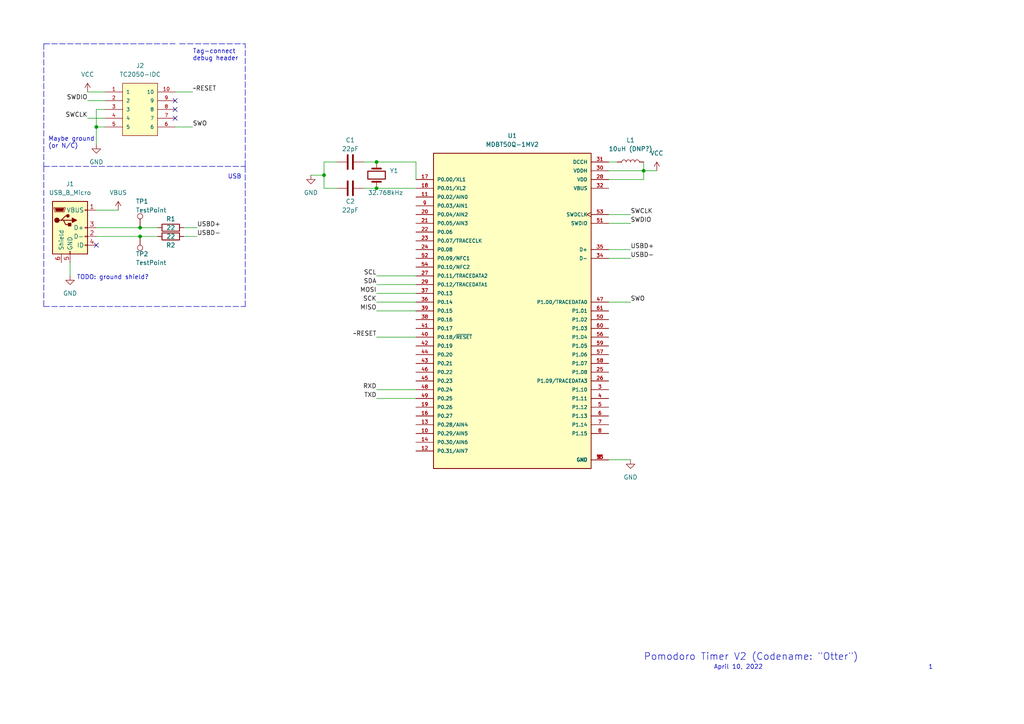
<source format=kicad_sch>
(kicad_sch (version 20211123) (generator eeschema)
  (paper "A4")
  (lib_symbols
    (symbol "Connector:TestPoint" (pin_numbers hide) (pin_names (offset 0.762) hide)
      (property "Reference" "TP" (at 0 6.858 0))
      (property "Value" "TestPoint" (at 0 5.08 0))
      (symbol "TestPoint_0_1"
        (circle (center 0 3.302) (radius 0.762))
      )
      (symbol "TestPoint_1_1"
        (pin passive line (at 0 0 90) (length 2.54) (name "1") (number "1"))
      )
    )
    (symbol "Connector:USB_B_Micro" (pin_names (offset 1.016))
      (property "Reference" "J" (at -5.08 11.43 0))
      (property "Value" "USB_B_Micro" (at -5.08 8.89 0))
      (symbol "USB_B_Micro_0_1"
        (rectangle (start -5.08 -7.62) (end 5.08 7.62) (stroke (width 0.254)) (fill (type background)))
        (circle (center -3.81 2.159) (radius 0.635) (stroke (width 0.254)) (fill (type outline)))
        (circle (center -0.635 3.429) (radius 0.381) (stroke (width 0.254)) (fill (type outline)))
        (rectangle (start -0.127 -7.62) (end 0.127 -6.858))
        (polyline (pts (xy -1.905 2.159) (xy 0.635 2.159)) (stroke (width 0.254)))
        (polyline (pts (xy -3.175 2.159) (xy -2.54 2.159) (xy -1.27 3.429) (xy -0.635 3.429)) (stroke (width 0.254)))
        (polyline (pts (xy -2.54 2.159) (xy -1.905 2.159) (xy -1.27 0.889) (xy 0 0.889)) (stroke (width 0.254)))
        (polyline (pts (xy 0.635 2.794) (xy 0.635 1.524) (xy 1.905 2.159) (xy 0.635 2.794)) (stroke (width 0.254)) (fill (type outline)))
        (polyline (pts (xy -4.318 5.588) (xy -1.778 5.588) (xy -2.032 4.826) (xy -4.064 4.826) (xy -4.318 5.588)) (fill (type outline)))
        (polyline (pts (xy -4.699 5.842) (xy -4.699 5.588) (xy -4.445 4.826) (xy -4.445 4.572) (xy -1.651 4.572) (xy -1.651 4.826) (xy -1.397 5.588) (xy -1.397 5.842) (xy -4.699 5.842)))
        (rectangle (start 0.254 1.27) (end -0.508 0.508) (stroke (width 0.254)) (fill (type outline)))
        (rectangle (start 5.08 -5.207) (end 4.318 -4.953))
        (rectangle (start 5.08 -2.667) (end 4.318 -2.413))
        (rectangle (start 5.08 -0.127) (end 4.318 0.127))
        (rectangle (start 5.08 4.953) (end 4.318 5.207))
      )
      (symbol "USB_B_Micro_1_1"
        (pin power_out line (at 7.62 5.08 180) (length 2.54) (name "VBUS") (number "1"))
        (pin bidirectional line (at 7.62 -2.54 180) (length 2.54) (name "D-") (number "2"))
        (pin bidirectional line (at 7.62 0 180) (length 2.54) (name "D+") (number "3"))
        (pin passive line (at 7.62 -5.08 180) (length 2.54) (name "ID") (number "4"))
        (pin power_out line (at 0 -10.16 90) (length 2.54) (name "GND") (number "5"))
        (pin passive line (at -2.54 -10.16 90) (length 2.54) (name "Shield") (number "6"))
      )
    )
    (symbol "Device:C" (pin_numbers hide) (pin_names (offset 0.254))
      (property "Reference" "C" (at 0.635 2.54 0))
      (property "Value" "C" (at 0.635 -2.54 0))
      (symbol "C_0_1"
        (polyline (pts (xy -2.032 -0.762) (xy 2.032 -0.762)) (stroke (width 0.508)))
        (polyline (pts (xy -2.032 0.762) (xy 2.032 0.762)) (stroke (width 0.508)))
      )
      (symbol "C_1_1"
        (pin passive line (at 0 3.81 270) (length 2.794) (name "~") (number "1"))
        (pin passive line (at 0 -3.81 90) (length 2.794) (name "~") (number "2"))
      )
    )
    (symbol "Device:Crystal" (pin_numbers hide) (pin_names (offset 1.016) hide)
      (property "Reference" "Y" (at 0 3.81 0))
      (property "Value" "Crystal" (at 0 -3.81 0))
      (symbol "Crystal_0_1"
        (rectangle (start -1.143 2.54) (end 1.143 -2.54) (stroke (width 0.3048)))
        (polyline (pts (xy -2.54 0) (xy -1.905 0)))
        (polyline (pts (xy -1.905 -1.27) (xy -1.905 1.27)) (stroke (width 0.508)))
        (polyline (pts (xy 1.905 -1.27) (xy 1.905 1.27)) (stroke (width 0.508)))
        (polyline (pts (xy 2.54 0) (xy 1.905 0)))
      )
      (symbol "Crystal_1_1"
        (pin passive line (at -3.81 0 0) (length 1.27) (name "1") (number "1"))
        (pin passive line (at 3.81 0 180) (length 1.27) (name "2") (number "2"))
      )
    )
    (symbol "Device:L" (pin_numbers hide) (pin_names (offset 1.016) hide)
      (property "Reference" "L" (at -1.27 0 90))
      (property "Value" "L" (at 1.905 0 90))
      (symbol "L_0_1"
        (arc (start 0 -2.54) (mid 0.635 -1.905) (end 0 -1.27))
        (arc (start 0 -1.27) (mid 0.635 -0.635) (end 0 0))
        (arc (start 0 0) (mid 0.635 0.635) (end 0 1.27))
        (arc (start 0 1.27) (mid 0.635 1.905) (end 0 2.54))
      )
      (symbol "L_1_1"
        (pin passive line (at 0 3.81 270) (length 1.27) (name "1") (number "1"))
        (pin passive line (at 0 -3.81 90) (length 1.27) (name "2") (number "2"))
      )
    )
    (symbol "Device:R" (pin_numbers hide) (pin_names (offset 0))
      (property "Reference" "R" (at 2.032 0 90))
      (property "Value" "R" (at 0 0 90))
      (symbol "R_0_1"
        (rectangle (start -1.016 -2.54) (end 1.016 2.54) (stroke (width 0.254)))
      )
      (symbol "R_1_1"
        (pin passive line (at 0 3.81 270) (length 1.27) (name "~") (number "1"))
        (pin passive line (at 0 -3.81 90) (length 1.27) (name "~") (number "2"))
      )
    )
    (symbol "MDBT50Q-1MV2:MDBT50Q-1MV2" (pin_names (offset 1.016))
      (property "Reference" "U" (at -22.86 46.482 0))
      (property "Value" "MDBT50Q-1MV2" (at -22.86 -48.26 0))
      (symbol "MDBT50Q-1MV2_0_0"
        (rectangle (start -22.86 -45.72) (end 22.86 45.72) (stroke (width 0.254)) (fill (type background)))
        (pin power_in line (at 27.94 -43.18 180) (length 5.08) (name "GND") (number "1"))
        (pin bidirectional line (at -27.94 -35.56 0) (length 5.08) (name "P0.29/AIN5") (number "10"))
        (pin bidirectional line (at -27.94 33.02 0) (length 5.08) (name "P0.02/AIN0") (number "11"))
        (pin bidirectional line (at -27.94 -40.64 0) (length 5.08) (name "P0.31/AIN7") (number "12"))
        (pin bidirectional line (at -27.94 -33.02 0) (length 5.08) (name "P0.28/AIN4") (number "13"))
        (pin bidirectional line (at -27.94 -38.1 0) (length 5.08) (name "P0.30/AIN6") (number "14"))
        (pin power_in line (at 27.94 -43.18 180) (length 5.08) (name "GND") (number "15"))
        (pin bidirectional line (at -27.94 -30.48 0) (length 5.08) (name "P0.27") (number "16"))
        (pin bidirectional line (at -27.94 38.1 0) (length 5.08) (name "P0.00/XL1") (number "17"))
        (pin bidirectional line (at -27.94 35.56 0) (length 5.08) (name "P0.01/XL2") (number "18"))
        (pin bidirectional line (at -27.94 -27.94 0) (length 5.08) (name "P0.26") (number "19"))
        (pin power_in line (at 27.94 -43.18 180) (length 5.08) (name "GND") (number "2"))
        (pin bidirectional line (at -27.94 27.94 0) (length 5.08) (name "P0.04/AIN2") (number "20"))
        (pin bidirectional line (at -27.94 25.4 0) (length 5.08) (name "P0.05/AIN3") (number "21"))
        (pin bidirectional line (at -27.94 22.86 0) (length 5.08) (name "P0.06") (number "22"))
        (pin bidirectional line (at -27.94 20.32 0) (length 5.08) (name "P0.07/TRACECLK") (number "23"))
        (pin bidirectional line (at -27.94 17.78 0) (length 5.08) (name "P0.08") (number "24"))
        (pin bidirectional line (at 27.94 -17.78 180) (length 5.08) (name "P1.08") (number "25"))
        (pin bidirectional line (at 27.94 -20.32 180) (length 5.08) (name "P1.09/TRACEDATA3") (number "26"))
        (pin bidirectional line (at -27.94 10.16 0) (length 5.08) (name "P0.11/TRACEDATA2") (number "27"))
        (pin power_in line (at 27.94 38.1 180) (length 5.08) (name "VDD") (number "28"))
        (pin bidirectional line (at -27.94 7.62 0) (length 5.08) (name "P0.12/TRACEDATA1") (number "29"))
        (pin bidirectional line (at 27.94 -22.86 180) (length 5.08) (name "P1.10") (number "3"))
        (pin power_in line (at 27.94 40.64 180) (length 5.08) (name "VDDH") (number "30"))
        (pin power_in line (at 27.94 43.18 180) (length 5.08) (name "DCCH") (number "31"))
        (pin power_in line (at 27.94 35.56 180) (length 5.08) (name "VBUS") (number "32"))
        (pin power_in line (at 27.94 -43.18 180) (length 5.08) (name "GND") (number "33"))
        (pin bidirectional line (at 27.94 15.24 180) (length 5.08) (name "D-") (number "34"))
        (pin bidirectional line (at 27.94 17.78 180) (length 5.08) (name "D+") (number "35"))
        (pin bidirectional line (at -27.94 2.54 0) (length 5.08) (name "P0.14") (number "36"))
        (pin bidirectional line (at -27.94 5.08 0) (length 5.08) (name "P0.13") (number "37"))
        (pin bidirectional line (at -27.94 -2.54 0) (length 5.08) (name "P0.16") (number "38"))
        (pin bidirectional line (at -27.94 0 0) (length 5.08) (name "P0.15") (number "39"))
        (pin bidirectional line (at 27.94 -25.4 180) (length 5.08) (name "P1.11") (number "4"))
        (pin bidirectional line (at -27.94 -7.62 0) (length 5.08) (name "P0.18/~{RESET}") (number "40"))
        (pin bidirectional line (at -27.94 -5.08 0) (length 5.08) (name "P0.17") (number "41"))
        (pin bidirectional line (at -27.94 -10.16 0) (length 5.08) (name "P0.19") (number "42"))
        (pin bidirectional line (at -27.94 -15.24 0) (length 5.08) (name "P0.21") (number "43"))
        (pin bidirectional line (at -27.94 -12.7 0) (length 5.08) (name "P0.20") (number "44"))
        (pin bidirectional line (at -27.94 -20.32 0) (length 5.08) (name "P0.23") (number "45"))
        (pin bidirectional line (at -27.94 -17.78 0) (length 5.08) (name "P0.22") (number "46"))
        (pin bidirectional line (at 27.94 2.54 180) (length 5.08) (name "P1.00/TRACEDATA0") (number "47"))
        (pin bidirectional line (at -27.94 -22.86 0) (length 5.08) (name "P0.24") (number "48"))
        (pin bidirectional line (at -27.94 -25.4 0) (length 5.08) (name "P0.25") (number "49"))
        (pin bidirectional line (at 27.94 -27.94 180) (length 5.08) (name "P1.12") (number "5"))
        (pin bidirectional line (at 27.94 -2.54 180) (length 5.08) (name "P1.02") (number "50"))
        (pin bidirectional line (at 27.94 25.4 180) (length 5.08) (name "SWDIO") (number "51"))
        (pin bidirectional line (at -27.94 15.24 0) (length 5.08) (name "P0.09/NFC1") (number "52"))
        (pin input clock (at 27.94 27.94 180) (length 5.08) (name "SWDCLK") (number "53"))
        (pin bidirectional line (at -27.94 12.7 0) (length 5.08) (name "P0.10/NFC2") (number "54"))
        (pin power_in line (at 27.94 -43.18 180) (length 5.08) (name "GND") (number "55"))
        (pin bidirectional line (at 27.94 -7.62 180) (length 5.08) (name "P1.04") (number "56"))
        (pin bidirectional line (at 27.94 -12.7 180) (length 5.08) (name "P1.06") (number "57"))
        (pin bidirectional line (at 27.94 -15.24 180) (length 5.08) (name "P1.07") (number "58"))
        (pin bidirectional line (at 27.94 -10.16 180) (length 5.08) (name "P1.05") (number "59"))
        (pin bidirectional line (at 27.94 -30.48 180) (length 5.08) (name "P1.13") (number "6"))
        (pin bidirectional line (at 27.94 -5.08 180) (length 5.08) (name "P1.03") (number "60"))
        (pin bidirectional line (at 27.94 0 180) (length 5.08) (name "P1.01") (number "61"))
        (pin bidirectional line (at 27.94 -33.02 180) (length 5.08) (name "P1.14") (number "7"))
        (pin bidirectional line (at 27.94 -35.56 180) (length 5.08) (name "P1.15") (number "8"))
        (pin bidirectional line (at -27.94 30.48 0) (length 5.08) (name "P0.03/AIN1") (number "9"))
      )
    )
    (symbol "TC2050-IDC:TC2050-IDC" (pin_names (offset 1.016))
      (property "Reference" "J" (at -5.08 8.382 0))
      (property "Value" "TC2050-IDC" (at -5.08 -10.16 0))
      (symbol "TC2050-IDC_0_0"
        (rectangle (start -5.08 -7.62) (end 5.08 7.62) (stroke (width 0.1524)) (fill (type background)))
        (pin passive line (at -10.16 5.08 0) (length 5.08) (name "1") (number "1"))
        (pin passive line (at 10.16 5.08 180) (length 5.08) (name "10") (number "10"))
        (pin passive line (at -10.16 2.54 0) (length 5.08) (name "2") (number "2"))
        (pin passive line (at -10.16 0 0) (length 5.08) (name "3") (number "3"))
        (pin passive line (at -10.16 -2.54 0) (length 5.08) (name "4") (number "4"))
        (pin passive line (at -10.16 -5.08 0) (length 5.08) (name "5") (number "5"))
        (pin passive line (at 10.16 -5.08 180) (length 5.08) (name "6") (number "6"))
        (pin passive line (at 10.16 -2.54 180) (length 5.08) (name "7") (number "7"))
        (pin passive line (at 10.16 0 180) (length 5.08) (name "8") (number "8"))
        (pin passive line (at 10.16 2.54 180) (length 5.08) (name "9") (number "9"))
      )
    )
    (symbol "power:GND" (power) (pin_names (offset 0))
      (property "Value" "GND" (at 0 -3.81 0))
      (symbol "GND_0_1"
        (polyline (pts (xy 0 0) (xy 0 -1.27) (xy 1.27 -1.27) (xy 0 -2.54) (xy -1.27 -1.27) (xy 0 -1.27)))
      )
      (symbol "GND_1_1"
        (pin power_in line (at 0 0 270) (length 0) hide (name "GND") (number "1"))
      )
    )
    (symbol "power:VBUS" (power) (pin_names (offset 0))
      (property "Value" "VBUS" (at 0 3.81 0))
      (symbol "VBUS_0_1"
        (polyline (pts (xy -0.762 1.27) (xy 0 2.54)))
        (polyline (pts (xy 0 0) (xy 0 2.54)))
        (polyline (pts (xy 0 2.54) (xy 0.762 1.27)))
      )
      (symbol "VBUS_1_1"
        (pin power_in line (at 0 0 90) (length 0) hide (name "VBUS") (number "1"))
      )
    )
    (symbol "power:VCC" (power) (pin_names (offset 0))
      (property "Value" "VCC" (at 0 3.81 0))
      (symbol "VCC_0_1"
        (polyline (pts (xy -0.762 1.27) (xy 0 2.54)))
        (polyline (pts (xy 0 0) (xy 0 2.54)))
        (polyline (pts (xy 0 2.54) (xy 0.762 1.27)))
      )
      (symbol "VCC_1_1"
        (pin power_in line (at 0 0 90) (length 0) hide (name "VCC") (number "1"))
      )
    )
  )
  (junction (at 40.64 68.58))
  (junction (at 93.98 50.8))
  (junction (at 186.69 49.53))
  (junction (at 40.64 66.04))
  (junction (at 27.94 36.83))
  (junction (at 109.22 46.99))
  (junction (at 109.22 54.61))
  (no_connect (at 50.8 34.29))
  (no_connect (at 50.8 29.21))
  (no_connect (at 50.8 31.75))
  (no_connect (at 27.94 71.12))
  (wire (pts (xy 186.69 49.53) (xy 190.5 49.53)))
  (wire (pts (xy 93.98 46.99) (xy 93.98 50.8)))
  (wire (pts (xy 109.22 115.57) (xy 120.65 115.57)))
  (wire (pts (xy 27.94 60.96) (xy 34.29 60.96)))
  (polyline (pts (xy 71.12 88.9) (xy 71.12 48.26)))
  (wire (pts (xy 109.22 85.09) (xy 120.65 85.09)))
  (wire (pts (xy 27.94 31.75) (xy 27.94 36.83)))
  (wire (pts (xy 186.69 46.99) (xy 186.69 49.53)))
  (wire (pts (xy 120.65 52.07) (xy 120.65 46.99)))
  (wire (pts (xy 176.53 62.23) (xy 182.88 62.23)))
  (polyline (pts (xy 52.07 12.7) (xy 71.12 12.7)))
  (wire (pts (xy 30.48 31.75) (xy 27.94 31.75)))
  (polyline (pts (xy 12.7 48.26) (xy 71.12 48.26)))
  (wire (pts (xy 105.41 54.61) (xy 109.22 54.61)))
  (wire (pts (xy 40.64 66.04) (xy 45.72 66.04)))
  (wire (pts (xy 176.53 133.35) (xy 182.88 133.35)))
  (polyline (pts (xy 12.7 88.9) (xy 71.12 88.9)))
  (wire (pts (xy 93.98 50.8) (xy 90.17 50.8)))
  (wire (pts (xy 20.32 76.2) (xy 20.32 80.01)))
  (wire (pts (xy 176.53 46.99) (xy 179.07 46.99)))
  (wire (pts (xy 40.64 68.58) (xy 45.72 68.58)))
  (wire (pts (xy 109.22 82.55) (xy 120.65 82.55)))
  (wire (pts (xy 97.79 54.61) (xy 93.98 54.61)))
  (wire (pts (xy 109.22 113.03) (xy 120.65 113.03)))
  (wire (pts (xy 25.4 34.29) (xy 30.48 34.29)))
  (wire (pts (xy 93.98 54.61) (xy 93.98 50.8)))
  (wire (pts (xy 176.53 74.93) (xy 182.88 74.93)))
  (wire (pts (xy 53.34 66.04) (xy 57.15 66.04)))
  (wire (pts (xy 109.22 87.63) (xy 120.65 87.63)))
  (wire (pts (xy 109.22 97.79) (xy 120.65 97.79)))
  (wire (pts (xy 25.4 29.21) (xy 30.48 29.21)))
  (wire (pts (xy 53.34 68.58) (xy 57.15 68.58)))
  (wire (pts (xy 176.53 52.07) (xy 186.69 52.07)))
  (polyline (pts (xy 12.7 48.26) (xy 12.7 88.9)))
  (wire (pts (xy 109.22 80.01) (xy 120.65 80.01)))
  (wire (pts (xy 50.8 36.83) (xy 55.88 36.83)))
  (wire (pts (xy 27.94 66.04) (xy 40.64 66.04)))
  (wire (pts (xy 97.79 46.99) (xy 93.98 46.99)))
  (wire (pts (xy 27.94 68.58) (xy 40.64 68.58)))
  (polyline (pts (xy 71.12 48.26) (xy 71.12 12.7)))
  (wire (pts (xy 50.8 26.67) (xy 55.88 26.67)))
  (wire (pts (xy 105.41 46.99) (xy 109.22 46.99)))
  (polyline (pts (xy 12.7 12.7) (xy 50.8 12.7)))
  (wire (pts (xy 27.94 36.83) (xy 30.48 36.83)))
  (wire (pts (xy 176.53 72.39) (xy 182.88 72.39)))
  (wire (pts (xy 27.94 36.83) (xy 27.94 41.91)))
  (wire (pts (xy 109.22 90.17) (xy 120.65 90.17)))
  (wire (pts (xy 120.65 46.99) (xy 109.22 46.99)))
  (wire (pts (xy 176.53 49.53) (xy 186.69 49.53)))
  (wire (pts (xy 176.53 64.77) (xy 182.88 64.77)))
  (wire (pts (xy 176.53 87.63) (xy 182.88 87.63)))
  (wire (pts (xy 25.4 26.67) (xy 30.48 26.67)))
  (polyline (pts (xy 12.7 12.7) (xy 12.7 48.26)))
  (wire (pts (xy 186.69 49.53) (xy 186.69 52.07)))
  (wire (pts (xy 109.22 54.61) (xy 120.65 54.61)))
  (text "Maybe ground\n(or N/C)" (at 13.97 43.18 0) (effects (font (size 1.27 1.27)) (justify left bottom)))
  (text "USB" (at 66.04 52.07 0) (effects (font (size 1.27 1.27)) (justify left bottom)))
  (text "April 10, 2022" (at 207.01 194.31 0) (effects (font (size 1.27 1.27)) (justify left bottom)))
  (text "TODO: ground shield?" (at 43.18 81.28 180) (effects (font (size 1.27 1.27)) (justify right bottom)))
  (text "1" (at 269.24 194.31 0) (effects (font (size 1.27 1.27)) (justify left bottom)))
  (text "Pomodoro Timer V2 (Codename: \"Otter\")" (at 186.69 191.77 0) (effects (font (size 2 2)) (justify left bottom)))
  (text "Tag-connect\ndebug header" (at 55.88 17.78 0) (effects (font (size 1.27 1.27)) (justify left bottom)))
  (label "MOSI" (at 109.22 85.09 180))
  (label "SCK" (at 109.22 87.63 180))
  (label "USBD+" (at 57.15 66.04 0))
  (label "MISO" (at 109.22 90.17 180))
  (label "RXD" (at 109.22 113.03 180))
  (label "SWDIO" (at 182.88 64.77 0))
  (label "SWCLK" (at 25.4 34.29 180))
  (label "SDA" (at 109.22 82.55 180))
  (label "SCL" (at 109.22 80.01 180))
  (label "SWO" (at 182.88 87.63 0))
  (label "SWCLK" (at 182.88 62.23 0))
  (label "USBD-" (at 57.15 68.58 0))
  (label "USBD-" (at 182.88 74.93 0))
  (label "~RESET" (at 55.88 26.67 0))
  (label "TXD" (at 109.22 115.57 180))
  (label "USBD+" (at 182.88 72.39 0))
  (label "SWO" (at 55.88 36.83 0))
  (label "SWDIO" (at 25.4 29.21 180))
  (label "~RESET" (at 109.22 97.79 180))
  (symbol (lib_id "Device:L") (at 182.88 46.99 90) (unit 1)
    (property "Reference" "L1" (at 182.88 40.64 90))
    (property "Value" "10uH (DNP?)" (at 182.88 43.18 90))
    (property "Footprint" "Inductor_SMD:L_0805_2012Metric_Pad1.05x1.20mm_HandSolder" (effects hide))
  )
  (symbol (lib_id "power:GND") (at 27.94 41.91 0) (unit 1)
    (property "Reference" "#PWR0106" (effects hide))
    (property "Value" "GND" (at 27.94 46.99 0))
  )
  (symbol (lib_id "Device:R") (at 49.53 68.58 270) (unit 1)
    (property "Reference" "R2" (at 49.53 71.12 90))
    (property "Value" "22" (at 49.53 68.58 90))
    (property "Footprint" "Resistor_SMD:R_0805_2012Metric_Pad1.20x1.40mm_HandSolder" (effects hide))
  )
  (symbol (lib_id "power:VCC") (at 25.4 26.67 0) (unit 1)
    (property "Reference" "#PWR0107" (effects hide))
    (property "Value" "VCC" (at 25.4 21.59 0))
  )
  (symbol (lib_id "Device:R") (at 49.53 66.04 90) (unit 1)
    (property "Reference" "R1" (at 49.53 63.5 90))
    (property "Value" "22" (at 49.53 66.04 90))
    (property "Footprint" "Resistor_SMD:R_0805_2012Metric_Pad1.20x1.40mm_HandSolder" (effects hide))
  )
  (symbol (lib_id "Connector:TestPoint") (at 40.64 66.04 0) (unit 1)
    (property "Reference" "TP1" (at 39.37 58.42 0) (effects (justify left)))
    (property "Value" "TestPoint" (at 39.37 60.96 0) (effects (justify left)))
    (property "Footprint" "TestPoint:TestPoint_Pad_D1.0mm" (effects hide))
  )
  (symbol (lib_id "power:GND") (at 182.88 133.35 0) (unit 1)
    (property "Reference" "#PWR0108" (effects hide))
    (property "Value" "GND" (at 182.88 138.43 0))
  )
  (symbol (lib_id "Device:C") (at 101.6 54.61 90) (unit 1)
    (property "Reference" "C2" (at 101.6 58.42 90))
    (property "Value" "22pF" (at 101.6 60.96 90))
    (property "Footprint" "Capacitor_SMD:C_0805_2012Metric_Pad1.18x1.45mm_HandSolder" (effects hide))
  )
  (symbol (lib_id "power:VCC") (at 190.5 49.53 0) (unit 1)
    (property "Reference" "#PWR0109" (effects hide))
    (property "Value" "VCC" (at 190.5 44.45 0))
  )
  (symbol (lib_id "Device:Crystal") (at 109.22 50.8 90) (unit 1)
    (property "Reference" "Y1" (at 113.03 49.5299 90) (effects (justify right)))
    (property "Value" "32.768kHz" (at 106.68 55.88 90) (effects (justify right)))
    (property "Footprint" "Crystal:Crystal_SMD_2012-2Pin_2.0x1.2mm_HandSoldering" (effects hide))
  )
  (symbol (lib_id "MDBT50Q-1MV2:MDBT50Q-1MV2") (at 148.59 90.17 0) (unit 1)
    (property "Reference" "U1" (at 148.59 39.37 0))
    (property "Value" "MDBT50Q-1MV2" (at 148.59 41.91 0))
    (property "Footprint" "MDBT50Q-1MV2:XCVR_MDBT50Q-1MV2" (effects hide))
    (property "STANDARD" "Manufacturer Recommendations" (effects hide))
    (property "PARTREV" "H" (effects hide))
    (property "MANUFACTURER" "RAYTAC" (effects hide))
    (property "MAXIMUM_PACKAGE_HIEGHT" "2.05mm" (effects hide))
  )
  (symbol (lib_id "power:GND") (at 20.32 80.01 0) (unit 1)
    (property "Reference" "#PWR0101" (effects hide))
    (property "Value" "GND" (at 20.32 85.09 0))
  )
  (symbol (lib_id "power:VBUS") (at 34.29 60.96 0) (unit 1)
    (property "Reference" "#PWR0103" (effects hide))
    (property "Value" "VBUS" (at 34.29 55.88 0))
  )
  (symbol (lib_id "Device:C") (at 101.6 46.99 90) (unit 1)
    (property "Reference" "C1" (at 101.6 40.64 90))
    (property "Value" "22pF" (at 101.6 43.18 90))
    (property "Footprint" "Capacitor_SMD:C_0805_2012Metric_Pad1.18x1.45mm_HandSolder" (effects hide))
  )
  (symbol (lib_id "TC2050-IDC:TC2050-IDC") (at 40.64 31.75 0) (unit 1)
    (property "Reference" "J2" (at 40.64 19.05 0))
    (property "Value" "TC2050-IDC" (at 40.64 21.59 0))
    (property "Footprint" "TC2050-IDC:TAG-CONNECT_TC2050-IDC" (effects hide))
    (property "PARTREV" "A" (effects hide))
    (property "MF" "Tag Connect" (effects hide))
    (property "STANDARD" "Manufacturer Recommendations" (effects hide))
  )
  (symbol (lib_id "Connector:USB_B_Micro") (at 20.32 66.04 0) (unit 1)
    (property "Reference" "J1" (at 20.32 53.34 0))
    (property "Value" "USB_B_Micro" (at 20.32 55.88 0))
    (property "Footprint" "Connector_USB:USB_Micro-B_Amphenol_10104110_Horizontal" (effects hide))
  )
  (symbol (lib_id "power:GND") (at 90.17 50.8 0) (unit 1)
    (property "Reference" "#PWR0102" (effects hide))
    (property "Value" "GND" (at 90.17 55.88 0))
  )
  (symbol (lib_id "Connector:TestPoint") (at 40.64 68.58 180) (unit 1)
    (property "Reference" "TP2" (at 39.37 73.66 0) (effects (justify right)))
    (property "Value" "TestPoint" (at 39.37 76.2 0) (effects (justify right)))
    (property "Footprint" "TestPoint:TestPoint_Pad_D1.0mm" (effects hide))
  )
)
</source>
